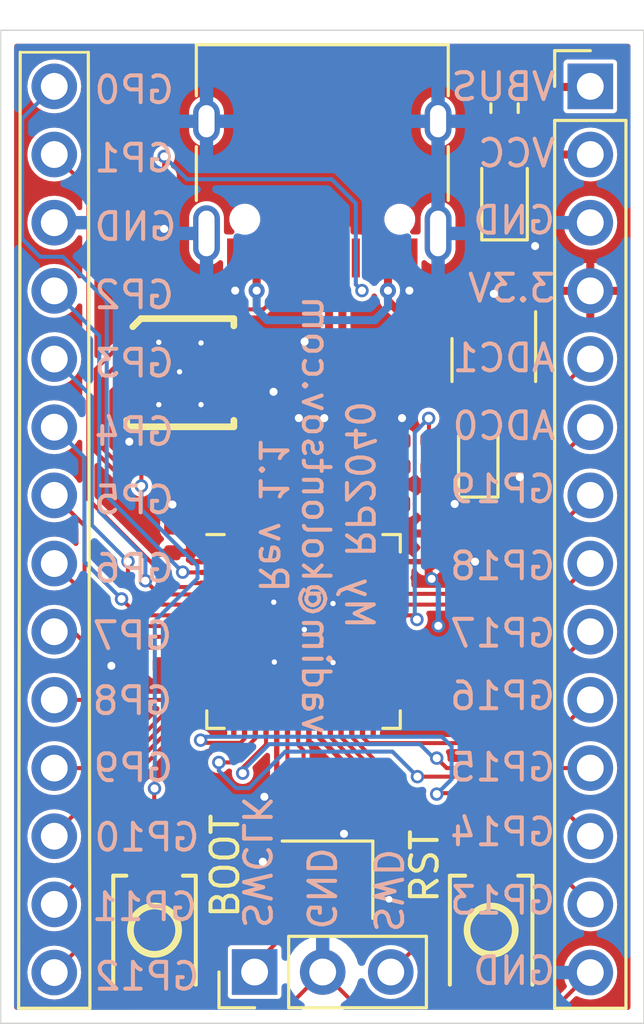
<source format=kicad_pcb>
(kicad_pcb (version 20240108) (generator "pcbnew") (generator_version "8.0")
  (layers (0 "F.Cu" signal) (31 "B.Cu" signal) (34 "B.Paste" user) (35 "F.Paste" user) (36 "B.SilkS" user "B.Silkscreen") (37 "F.SilkS" user "F.Silkscreen") (38 "B.Mask" user) (39 "F.Mask" user) (44 "Edge.Cuts" user))
  (net 0 "")
  (net 1 "Net-(D1-A)")
  (net 2 "VCC")
  (net 3 "GND")
  (net 4 "VBUS")
  (net 5 "/PORT_D+")
  (net 6 "+3V3")
  (net 7 "+1V1")
  (net 8 "Net-(C16-Pad2)")
  (net 9 "Net-(D2-A)")
  (net 10 "Net-(J1-CC2)")
  (net 12 "/XIN")
  (net 14 "/XOUT")
  (net 15 "/QSPI_SS")
  (net 16 "/QSPI_SD3")
  (net 17 "/QSPI_SD1")
  (net 18 "/QSPI_CLK")
  (net 19 "/QSPI_SD2")
  (net 20 "/QSPI_SD0")
  (net 22 "Net-(J1-CC1)")
  (net 23 "/GP25")
  (net 24 "Net-(R3-Pad2)")
  (net 25 "Net-(U3-USB_DP)")
  (net 26 "Net-(U3-USB_DM)")
  (net 27 "/RUN")
  (net 28 "/GP19")
  (net 29 "/GP2")
  (net 30 "/GP13")
  (net 31 "/GP14")
  (net 32 "/GP15")
  (net 33 "/GP10")
  (net 34 "/GP24")
  (net 35 "/GP3")
  (net 36 "/GP22")
  (net 37 "/GP20")
  (net 38 "/ADC0")
  (net 39 "/ADC2")
  (net 40 "/GP4")
  (net 41 "/GP17")
  (net 42 "/ADC3")
  (net 43 "/GP5")
  (net 44 "/SWCLK")
  (net 45 "/GP7")
  (net 46 "/GP8")
  (net 47 "/SWDIO")
  (net 48 "/GP23")
  (net 49 "/GP21")
  (net 50 "/GP9")
  (net 51 "/ADC1")
  (net 52 "/GP12")
  (net 53 "/GP16")
  (net 54 "/GP6")
  (net 55 "/GP0")
  (net 56 "/GP11")
  (net 57 "/GP18")
  (net 58 "/GP1")
  (net 59 "/PORT_D-")
  (footprint "Package_TO_SOT_SMD:SOT-23-5" (layer "F.Cu") (at 107.9 59.0375 -90)
    (property "Reference" "U1" (hide yes))
    (property "Value" "AP2112K-3.3" (hide yes))
  )
  (footprint "Connector_PinHeader_2.54mm:PinHeader_1x03_P2.54mm_Vertical" (layer "F.Cu") (at 98.975 81.84 90)
    (property "Reference" "J4" (hide yes))
    (property "Value" "Conn_01x03" (hide yes))
  )
  (footprint "Capacitor_SMD:C_0402_1005Metric" (layer "F.Cu") (at 108.85 56 90)
    (property "Reference" "C1" (hide yes))
    (property "Value" "10uF" (hide yes))
  )
  (footprint "Capacitor_SMD:C_0402_1005Metric" (layer "F.Cu") (at 99.27 78.8 90)
    (property "Reference" "C15" (hide yes))
    (property "Value" "15pF" (hide yes))
  )
  (footprint "Capacitor_SMD:C_0402_1005Metric" (layer "F.Cu") (at 103.99 78.03 90)
    (property "Reference" "C16" (hide yes))
    (property "Value" "15pF" (hide yes))
  )
  (footprint "Resistor_SMD:R_0402_1005Metric" (layer "F.Cu") (at 94.3 55.54 90)
    (property "Reference" "R6" (hide yes))
    (property "Value" "10K")
  )
  (footprint "Capacitor_SMD:C_0402_1005Metric" (layer "F.Cu") (at 108.85 62.08 -90)
    (property "Reference" "C2" (hide yes))
    (property "Value" "10uF" (hide yes))
  )
  (footprint "Resistor_SMD:R_0402_1005Metric" (layer "F.Cu") (at 95.6 52.8 -90)
    (property "Reference" "R1" (hide yes))
    (property "Value" "5.1K" (hide yes))
  )
  (footprint "Resistor_SMD:R_0402_1005Metric" (layer "F.Cu") (at 105.48 62.54 90)
    (property "Reference" "R4" (hide yes))
    (property "Value" "2.2K" (hide yes))
  )
  (footprint "Package_DFN_QFN:QFN-56-1EP_7x7mm_P0.4mm_EP3.2x3.2mm" (layer "F.Cu") (at 100.8 69.15)
    (property "Reference" "U3" (hide yes))
    (property "Value" "RP2040" (hide yes))
  )
  (footprint "Connector_PinHeader_2.54mm:PinHeader_1x14_P2.54mm_Vertical" (layer "F.Cu") (at 91.5 48.84)
    (property "Reference" "J2" (hide yes))
    (property "Value" "Conn_01x14" (hide yes))
  )
  (footprint "Resistor_SMD:R_0402_1005Metric" (layer "F.Cu") (at 95.6 55.55 90)
    (property "Reference" "R2" (hide yes))
    (property "Value" "5.1K" (hide yes))
  )
  (footprint "Resistor_SMD:R_0402_1005Metric" (layer "F.Cu") (at 107.28 75.77 180)
    (property "Reference" "R5" (hide yes))
    (property "Value" "10K" (hide yes))
  )
  (footprint "Capacitor_SMD:C_0402_1005Metric" (layer "F.Cu") (at 95.91 65.74 -90)
    (property "Reference" "C10" (hide yes))
    (property "Value" "100nF" (hide yes))
  )
  (footprint "Fuse:Fuse_0603_1608Metric" (layer "F.Cu") (at 108.3 49.65 -90)
    (property "Reference" "F1" (hide yes))
    (property "Value" "500mA" (hide yes))
  )
  (footprint "Connector_PinHeader_2.54mm:PinHeader_1x14_P2.54mm_Vertical" (layer "F.Cu") (at 111.5 48.84)
    (property "Reference" "J3" (hide yes))
    (property "Value" "Conn_01x14" (hide yes))
  )
  (footprint "Capacitor_SMD:C_0402_1005Metric" (layer "F.Cu") (at 101.583332 62.53 -90)
    (property "Reference" "C8" (hide yes))
    (property "Value" "100nF" (hide yes))
  )
  (footprint "LED_SMD:LED_0603_1608Metric" (layer "F.Cu") (at 107.32 62.66 90)
    (property "Reference" "D2" (hide yes))
    (property "Value" "LED" (hide yes))
  )
  (footprint "Kolontsov:SW-SMD-TS-1088-AR02016" (layer "F.Cu") (at 107.8 80.28 -90)
    (property "Reference" "SW1" (hide yes))
    (property "Value" "RESET")
  )
  (footprint "Diode_SMD:D_SOD-323" (layer "F.Cu") (at 108.3 52.95 90)
    (property "Reference" "D1" (hide yes))
    (property "Value" "20V 1A" (hide yes))
  )
  (footprint "Capacitor_SMD:C_0402_1005Metric" (layer "F.Cu") (at 94.97 70.42)
    (property "Reference" "C11" (hide yes))
    (property "Value" "100nF" (hide yes))
  )
  (footprint "Resistor_SMD:R_0402_1005Metric" (layer "F.Cu") (at 100.8 75.58 -90)
    (property "Reference" "R9" (hide yes))
    (property "Value" "1K" (hide yes))
  )
  (footprint "Kolontsov:SW-SMD-TS-1088-AR02016" (layer "F.Cu") (at 95.24 80.28 -90)
    (property "Reference" "SW2" (hide yes))
    (property "Value" "BOOTSEL")
  )
  (footprint "Capacitor_SMD:C_0402_1005Metric" (layer "F.Cu") (at 99.64 58.35)
    (property "Reference" "C14" (hide yes))
    (property "Value" "100nF" (hide yes))
  )
  (footprint "Resistor_SMD:R_0402_1005Metric" (layer "F.Cu") (at 95.23 76.26 -90)
    (property "Reference" "R3" (hide yes))
    (property "Value" "1K" (hide yes))
  )
  (footprint "Kolontsov:XSON-8_L4.0-W4.0-P0.80-TL-EP" (layer "F.Cu") (at 96.2 59.525)
    (property "Reference" "U2" (hide yes))
    (property "Value" "W25Q64JVXG")
  )
  (footprint "Capacitor_SMD:C_0402_1005Metric" (layer "F.Cu") (at 100.616666 62.53 -90)
    (property "Reference" "C9" (hide yes))
    (property "Value" "100nF" (hide yes))
  )
  (footprint "Connector_USB:USB_C_Receptacle_HRO_TYPE-C-31-M-12" (layer "F.Cu") (at 101.5 51.19 180)
    (property "Reference" "J1" (hide yes))
    (property "Value" "USB_C_Receptacle_USB2.0_16P")
  )
  (footprint "Capacitor_SMD:C_0402_1005Metric" (layer "F.Cu") (at 101.81 75.56 90)
    (property "Reference" "C12" (hide yes))
    (property "Value" "100nF" (hide yes))
  )
  (footprint "Resistor_SMD:R_0402_1005Metric" (layer "F.Cu") (at 102.549998 62.55 -90)
    (property "Reference" "R7" (hide yes))
    (property "Value" "27" (hide yes))
  )
  (footprint "Capacitor_SMD:C_0402_1005Metric" (layer "F.Cu") (at 102.8 75.56 90)
    (property "Reference" "C4" (hide yes))
    (property "Value" "100nF" (hide yes))
  )
  (footprint "Crystal:Crystal_SMD_2520-4Pin_2.5x2.0mm" (layer "F.Cu") (at 101.645 78.43 180)
    (property "Reference" "Y1" (hide yes))
    (property "Value" "12MHz 9pF" (hide yes))
  )
  (footprint "Capacitor_SMD:C_0402_1005Metric" (layer "F.Cu") (at 99.29 62.49 -90)
    (property "Reference" "C3" (hide yes))
    (property "Value" "100nF" (hide yes))
  )
  (footprint "Capacitor_SMD:C_0402_1005Metric" (layer "F.Cu") (at 105.95 65.5 180)
    (property "Reference" "C7" (hide yes))
    (property "Value" "100nF" (hide yes))
  )
  (footprint "Capacitor_SMD:C_0402_1005Metric" (layer "F.Cu") (at 104.48333 62.53 -90)
    (property "Reference" "C5" (hide yes))
    (property "Value" "1uF" (hide yes))
  )
  (footprint "Capacitor_SMD:C_0402_1005Metric" (layer "F.Cu") (at 105.95 66.55 180)
    (property "Reference" "C13" (hide yes))
    (property "Value" "100nF" (hide yes))
  )
  (footprint "Capacitor_SMD:C_0402_1005Metric" (layer "F.Cu") (at 104.98 64.4 180)
    (property "Reference" "C6" (hide yes))
    (property "Value" "1uF" (hide yes))
  )
  (footprint "Resistor_SMD:R_0402_1005Metric" (layer "F.Cu") (at 103.516664 62.55 -90)
    (property "Reference" "R8" (hide yes))
    (property "Value" "27" (hide yes))
  )
  (gr_line (start 89.5 46.75) (end 113.5 46.75) (stroke (width 0.05)) (layer "Edge.Cuts"))
  (gr_line (start 113.5 46.75) (end 113.5 83.75) (stroke (width 0.05)) (layer "Edge.Cuts"))
  (gr_line (start 89.5 83.75) (end 89.5 46.75) (stroke (width 0.05)) (layer "Edge.Cuts"))
  (gr_line (start 113.5 83.75) (end 89.5 83.75) (stroke (width 0.05)) (layer "Edge.Cuts"))
  (gr_text "GP7" (at 95.99 69.9 0) (layer "B.SilkS") (effects (font (size 1 1)) (justify left bottom mirror)))
  (gr_text "GP10" (at 97.01 77.41 0) (layer "B.SilkS") (effects (font (size 1 1)) (justify left bottom mirror)))
  (gr_text "ADC1" (at 110.28 59.55 0) (layer "B.SilkS") (effects (font (size 1 1)) (justify left bottom mirror)))
  (gr_text "ADC0" (at 110.28 62.08 0) (layer "B.SilkS") (effects (font (size 1 1)) (justify left bottom mirror)))
  (gr_text "GND" (at 110.28 82.38 0) (layer "B.SilkS") (effects (font (size 1 1)) (justify left bottom mirror)))
  (gr_text "SWD" (at 103.35 80.45 270) (layer "B.SilkS") (effects (font (size 1 1)) (justify left bottom mirror)))
  (gr_text "GP11" (at 96.92 80 0) (layer "B.SilkS") (effects (font (size 1 1)) (justify left bottom mirror)))
  (gr_text "GP12" (at 97.01 82.59 0) (layer "B.SilkS") (effects (font (size 1 1)) (justify left bottom mirror)))
  (gr_text "GND" (at 110.28 54.42 0) (layer "B.SilkS") (effects (font (size 1 1)) (justify left bottom mirror)))
  (gr_text "GP0" (at 96.057619 49.56 0) (layer "B.SilkS") (effects (font (size 1 1)) (justify left bottom mirror)))
  (gr_text "My RP2040\nvadim@kolontsov.com\nRev 1.1" (at 99.07 64.81 270) (layer "B.SilkS") (effects (font (size 1 1)) (justify bottom mirror)))
  (gr_text "GND" (at 100.85 80.35 270) (layer "B.SilkS") (effects (font (size 1 1)) (justify left bottom mirror)))
  (gr_text "GP17" (at 110.28 69.81 0) (layer "B.SilkS") (effects (font (size 1 1)) (justify left bottom mirror)))
  (gr_text "GP14" (at 110.28 77.21 0) (layer "B.SilkS") (effects (font (size 1 1)) (justify left bottom mirror)))
  (gr_text "GP5" (at 96.057619 64.841538 0) (layer "B.SilkS") (effects (font (size 1 1)) (justify left bottom mirror)))
  (gr_text "GP8" (at 95.99 72.32 0) (layer "B.SilkS") (effects (font (size 1 1)) (justify left bottom mirror)))
  (gr_text "GP18" (at 110.28 67.3 0) (layer "B.SilkS") (effects (font (size 1 1)) (justify left bottom mirror)))
  (gr_text "GP15" (at 110.28 74.8 0) (layer "B.SilkS") (effects (font (size 1 1)) (justify left bottom mirror)))
  (gr_text "GP19" (at 110.28 64.43 0) (layer "B.SilkS") (effects (font (size 1 1)) (justify left bottom mirror)))
  (gr_text "VCC" (at 110.28 51.92 0) (layer "B.SilkS") (effects (font (size 1 1)) (justify left bottom mirror)))
  (gr_text "GND" (at 96.152857 54.653846 0) (layer "B.SilkS") (effects (font (size 1 1)) (justify left bottom mirror)))
  (gr_text "GP6" (at 96.057619 67.388461 0) (layer "B.SilkS") (effects (font (size 1 1)) (justify left bottom mirror)))
  (gr_text "GP4" (at 96.057619 62.294615 0) (layer "B.SilkS") (effects (font (size 1 1)) (justify left bottom mirror)))
  (gr_text "GP3" (at 96.057619 59.747692 0) (layer "B.SilkS") (effects (font (size 1 1)) (justify left bottom mirror)))
  (gr_text "VBUS" (at 110.28 49.44 0) (layer "B.SilkS") (effects (font (size 1 1)) (justify left bottom mirror)))
  (gr_text "SWCLK" (at 98.45 80.3 270) (layer "B.SilkS") (effects (font (size 1 1)) (justify left bottom mirror)))
  (gr_text "GP16" (at 110.28 72.14 0) (layer "B.SilkS") (effects (font (size 1 1)) (justify left bottom mirror)))
  (gr_text "3.3V" (at 110.28 56.95 0) (layer "B.SilkS") (effects (font (size 1 1)) (justify left bottom mirror)))
  (gr_text "GP2" (at 96.057619 57.200769 0) (layer "B.SilkS") (effects (font (size 1 1)) (justify left bottom mirror)))
  (gr_text "GP9" (at 96.03 74.82 0) (layer "B.SilkS") (effects (font (size 1 1)) (justify left bottom mirror)))
  (gr_text "GP1" (at 96.057619 52.106923 0) (layer "B.SilkS") (effects (font (size 1 1)) (justify left bottom mirror)))
  (gr_text "GP13" (at 110.28 79.76 0) (layer "B.SilkS") (effects (font (size 1 1)) (justify left bottom mirror)))
  (gr_text "RST" (at 105.9 79.35 90) (layer "F.SilkS") (effects (font (size 1 1)) (justify left bottom)))
  (gr_text "BOOT" (at 98.46 79.91 90) (layer "F.SilkS") (effects (font (size 1 1)) (justify left bottom)))
  (segment (start 108.3 50.4375) (end 108.3 51.9) (width 0.3) (layer "F.Cu") (net 1))
  (segment (start 107.775 55.575) (end 107.825 55.575) (width 0.3) (layer "F.Cu") (net 2))
  (segment (start 108.3 53.4) (end 110.32 51.38) (width 0.3) (layer "F.Cu") (net 2))
  (segment (start 108.85 56.48) (end 108.85 57.9) (width 0.3) (layer "F.Cu") (net 2))
  (segment (start 107.825 55.575) (end 108.73 56.48) (width 0.3) (layer "F.Cu") (net 2))
  (segment (start 110.32 51.38) (end 111.5 51.38) (width 0.3) (layer "F.Cu") (net 2))
  (segment (start 106.95 56.4) (end 106.95 57.9) (width 0.3) (layer "F.Cu") (net 2))
  (segment (start 108.3 54) (end 108.3 55.05) (width 0.3) (layer "F.Cu") (net 2))
  (segment (start 107.775 55.575) (end 106.95 56.4) (width 0.3) (layer "F.Cu") (net 2))
  (segment (start 108.3 55.05) (end 107.775 55.575) (width 0.3) (layer "F.Cu") (net 2))
  (segment (start 108.73 56.48) (end 108.85 56.48) (width 0.3) (layer "F.Cu") (net 2))
  (segment (start 108.3 54) (end 108.3 53.4) (width 0.3) (layer "F.Cu") (net 2))
  (segment (start 108.85 55.38) (end 109.44 54.79) (width 0.2) (layer "F.Cu") (net 3))
  (segment (start 95.265 82.965) (end 100.39 82.965) (width 0.15) (layer "F.Cu") (net 3))
  (segment (start 99.8 70.38) (end 99.71 70.29) (width 0.2) (layer "F.Cu") (net 3))
  (segment (start 99.8 70.2) (end 99.8 70.15) (width 0.2) (layer "F.Cu") (net 3))
  (segment (start 100.12 58.35) (end 100.84 58.35) (width 0.2) (layer "F.Cu") (net 3))
  (segment (start 101.545 77.73) (end 101.645 77.83) (width 0.2) (layer "F.Cu") (net 3))
  (segment (start 99.27 78.32) (end 99.27 77.74) (width 0.2) (layer "F.Cu") (net 3))
  (segment (start 102.8 76.2) (end 102.31 76.69) (width 0.15) (layer "F.Cu") (net 3))
  (segment (start 99.65 60.22) (end 99.68 60.22) (width 0.15) (layer "F.Cu") (net 3))
  (segment (start 107.41 63.4575) (end 107.3825 63.4575) (width 0.15) (layer "F.Cu") (net 3))
  (segment (start 100.616666 62.05) (end 100.616666 61.208334) (width 0.2) (layer "F.Cu") (net 3))
  (segment (start 99.8 70.15) (end 100.83 69.12) (width 0.2) (layer "F.Cu") (net 3))
  (segment (start 107.41 63.4575) (end 108.8125 63.4575) (width 0.15) (layer "F.Cu") (net 3))
  (segment (start 100.616666 61.208334) (end 100.625 61.2) (width 0.2) (layer "F.Cu") (net 3))
  (segment (start 95.375 60.725) (end 95.4 60.7) (width 0.2) (layer "F.Cu") (net 3))
  (segment (start 102.8 76.04) (end 102.8 76.2) (width 0.15) (layer "F.Cu") (net 3))
  (segment (start 105.46 64.4) (end 106.44 64.4) (width 0.2) (layer "F.Cu") (net 3))
  (segment (start 104.48333 62.05) (end 104.48333 61.20833) (width 0.2) (layer "F.Cu") (net 3))
  (segment (start 101.645 77.83) (end 101.645 79.03) (width 0.2) (layer "F.Cu") (net 3))
  (segment (start 104.48333 61.20833) (end 104.475 61.2) (width 0.2) (layer "F.Cu") (net 3))
  (segment (start 95.6 55.04) (end 95.6 54.15) (width 0.2) (layer "F.Cu") (net 3))
  (segment (start 101.583332 61.208332) (end 101.575 61.2) (width 0.2) (layer "F.Cu") (net 3))
  (segment (start 106.43 65.5) (end 106.43 64.41) (width 0.2) (layer "F.Cu") (net 3))
  (segment (start 108.85 63.38) (end 108.87 63.4) (width 0.2) (layer "F.Cu") (net 3))
  (segment (start 99.8 74.85) (end 99.8 72.5875) (width 0.2) (layer "F.Cu") (net 3))
  (segment (start 102.52 79.13) (end 103.99 79.13) (width 0.2) (layer "F.Cu") (net 3))
  (segment (start 107.9 57.9) (end 107.9 56.57) (width 0.2) (layer "F.Cu") (net 3))
  (segment (start 100.83 69.12) (end 100.83 69.08) (width 0.2) (layer "F.Cu") (net 3))
  (segment (start 107.3825 63.4575) (end 106.44 64.4) (width 0.15) (layer "F.Cu") (net 3))
  (segment (start 99.29 62.01) (end 99.33 61.97) (width 0.15) (layer "F.Cu") (net 3))
  (segment (start 102.64 82.965) (end 107.795 82.965) (width 0.15) (layer "F.Cu") (net 3))
  (segment (start 99.71 70.29) (end 99.8 70.2) (width 0.2) (layer "F.Cu") (net 3))
  (segment (start 104.75 56.46) (end 104.75 55.235) (width 0.3) (layer "F.Cu") (net 3))
  (segment (start 95.6 53.31) (end 95.6 54.15) (width 0.2) (layer "F.Cu") (net 3))
  (segment (start 106.43 64.41) (end 106.44 64.4) (width 0.2) (layer "F.Cu") (net 3))
  (segment (start 101.81 76.19) (end 102.31 76.69) (width 0.15) (layer "F.Cu") (net 3))
  (segment (start 99.33 61.97) (end 99.33 60.54) (width 0.15) (layer "F.Cu") (net 3))
  (segment (start 94.3 60.725) (end 95.375 60.725) (width 0.4) (layer "F.Cu") (net 3))
  (segment (start 99.8 72.5875) (end 99.8 70.38) (width 0.2) (layer "F.Cu") (net 3))
  (segment (start 101.515 81.84) (end 102.64 82.965) (width 0.15) (layer "F.Cu") (net 3))
  (segment (start 108.8125 63.4575) (end 108.87 63.4) (width 0.15) (layer "F.Cu") (net 3))
  (segment (start 101.583332 62.05) (end 101.583332 61.208332) (width 0.2) (layer "F.Cu") (net 3))
  (segment (start 100.39 82.965) (end 101.515 81.84) (width 0.15) (layer "F.Cu") (net 3))
  (segment (start 108.85 55.52) (end 108.85 55.38) (width 0.2) (layer "F.Cu") (net 3))
  (segment (start 100.83 69.08) (end 100.87 69.08) (width 0.2) (layer "F.Cu") (net 3))
  (segment (start 94.3 60.725) (end 94.3 62.08) (width 0.2) (layer "F.Cu") (net 3))
  (segment (start 110.43 82.93) (end 111.5 81.86) (width 0.15) (layer "F.Cu") (net 3))
  (segment (start 107.795 82.965) (end 107.83 82.93) (width 0.15) (layer "F.Cu") (net 3))
  (segment (start 107.2 66.55) (end 106.43 66.55) (width 0.2) (layer "F.Cu") (net 3))
  (segment (start 103.99 78.51) (end 103.99 79.13) (width 0.2) (layer "F.Cu") (net 3))
  (segment (start 99.33 60.54) (end 99.65 60.22) (width 0.15) (layer "F.Cu") (net 3))
  (segment (start 101.745 79.13) (end 102.52 79.13) (width 0.2) (layer "F.Cu") (net 3))
  (segment (start 95.23 82.93) (end 95.265 82.965) (width 0.15) (layer "F.Cu") (net 3))
  (segment (start 100.77 77.73) (end 99.28 77.73) (width 0.2) (layer "F.Cu") (net 3))
  (segment (start 98.25 55.235) (end 98.25 56.45) (width 0.3) (layer "F.Cu") (net 3))
  (segment (start 107.83 82.93) (end 110.43 82.93) (width 0.15) (layer "F.Cu") (net 3))
  (segment (start 93.64 70.42) (end 93.63 70.43) (width 0.2) (layer "F.Cu") (net 3))
  (segment (start 94.49 70.42) (end 93.64 70.42) (width 0.2) (layer "F.Cu") (net 3))
  (segment (start 95.91 65.26) (end 95.91 64.42) (width 0.2) (layer "F.Cu") (net 3))
  (segment (start 100.77 77.73) (end 101.545 77.73) (width 0.2) (layer "F.Cu") (net 3))
  (segment (start 108.85 62.56) (end 108.85 63.38) (width 0.2) (layer "F.Cu") (net 3))
  (segment (start 99.27 77.74) (end 99.28 77.73) (width 0.2) (layer "F.Cu") (net 3))
  (segment (start 100.87 69.08) (end 100.8 69.15) (width 0.2) (layer "F.Cu") (net 3))
  (segment (start 101.645 79.03) (end 101.745 79.13) (width 0.2) (layer "F.Cu") (net 3))
  (segment (start 101.81 76.04) (end 101.81 76.19) (width 0.15) (layer "F.Cu") (net 3))
  (segment (start 99.34 75.31) (end 99.8 74.85) (width 0.2) (layer "F.Cu") (net 3))
  (via (at 94.3 62.08) (size 0.5) (drill 0.3) (layers "F.Cu" "B.Cu") (net 3))
  (via (at 99.69 68.06) (size 0.5) (drill 0.2) (layers "F.Cu" "B.Cu") (net 3))
  (via (at 95.4 60.7) (size 0.5) (drill 0.2) (layers "F.Cu" "B.Cu") (net 3))
  (via (at 95.91 64.42) (size 0.5) (drill 0.3) (layers "F.Cu" "B.Cu") (net 3))
  (via (at 96.975 60.7) (size 0.5) (drill 0.2) (layers "F.Cu" "B.Cu") (net 3))
  (via (at 104.75 56.45) (size 0.6) (drill 0.3) (layers "F.Cu" "B.Cu") (net 3))
  (via (at 99.34 75.31) (size 0.5) (drill 0.3) (layers "F.Cu" "B.Cu") (net 3))
  (via (at 96.975 58.4) (size 0.5) (drill 0.2) (layers "F.Cu" "B.Cu") (net 3))
  (via (at 106.44 64.4) (size 0.5) (drill 0.3) (layers "F.Cu" "B.Cu") (net 3))
  (via (at 99.68 60.22) (size 0.5) (drill 0.3) (layers "F.Cu" "B.Cu") (net 3))
  (via (at 102.31 76.69) (size 0.5) (drill 0.3) (layers "F.Cu" "B.Cu") (net 3))
  (via (at 95.4 58.375) (size 0.5) (drill 0.2) (layers "F.Cu" "B.Cu") (net 3))
  (via (at 103.99 79.13) (size 0.5) (drill 0.25) (layers "F.Cu" "B.Cu") (net 3))
  (via (at 98.25 56.45) (size 0.6) (drill 0.3) (layers "F.Cu" "B.Cu") (net 3))
  (via (at 100.625 61.2) (size 0.5) (drill 0.3) (layers "F.Cu" "B.Cu") (net 3))
  (via (at 100.83 69.08) (size 0.5) (drill 0.2) (layers "F.Cu" "B.Cu") (net 3))
  (via (at 109.44 54.79) (size 0.5) (drill 0.3) (layers "F.Cu" "B.Cu") (net 3))
  (via (at 108.87 63.4) (size 0.5) (drill 0.3) (layers "F.Cu" "B.Cu") (net 3))
  (via (at 95.6 54.15) (size 0.5) (drill 0.3) (layers "F.Cu" "B.Cu") (net 3))
  (via (at 107.9 56.57) (size 0.5) (drill 0.3) (layers "F.Cu" "B.Cu") (net 3))
  (via (at 99.28 77.73) (size 0.5) (drill 0.3) (layers "F.Cu" "B.Cu") (net 3))
  (via (at 101.9 70.31) (size 0.5) (drill 0.2) (layers "F.Cu" "B.Cu") (net 3))
  (via (at 101.575 61.2) (size 0.5) (drill 0.3) (layers "F.Cu" "B.Cu") (net 3))
  (via (at 96.175 59.475) (size 0.5) (drill 0.2) (layers "F.Cu" "B.Cu") (net 3))
  (via (at 100.84 58.35) (size 0.5) (drill 0.3) (layers "F.Cu" "B.Cu") (net 3))
  (via (at 93.63 70.43) (size 0.5) (drill 0.3) (layers "F.Cu" "B.Cu") (net 3))
  (via (at 104.475 61.2) (size 0.5) (drill 0.3) (layers "F.Cu" "B.Cu") (net 3))
  (via (at 99.71 70.29) (size 0.5) (drill 0.2) (layers "F.Cu" "B.Cu") (net 3))
  (via (at 101.9 68.11) (size 0.5) (drill 0.2) (layers "F.Cu" "B.Cu") (net 3))
  (via (at 107.2 66.55) (size 0.5) (drill 0.3) (layers "F.Cu" "B.Cu") (net 3))
  (segment (start 91.5 53.92) (end 92.99 53.92) (width 0.4) (layer "B.Cu") (net 3))
  (segment (start 109.95 53.92) (end 109.93 53.94) (width 0.2) (layer "B.Cu") (net 3))
  (segment (start 111.5 53.92) (end 109.95 53.92) (width 0.3) (layer "B.Cu") (net 3))
  (segment (start 104.32 57.2) (end 105.5 57.2) (width 0.3) (layer "F.Cu") (net 4))
  (segment (start 107.475 49.6875) (end 108.3 48.8625) (width 0.3) (layer "F.Cu") (net 4))
  (segment (start 105.5 57.2) (end 107.475 55.225) (width 0.3) (layer "F.Cu") (net 4))
  (segment (start 103.95 55.235) (end 103.95 56.45) (width 0.3) (layer "F.Cu") (net 4))
  (segment (start 107.475 55.225) (end 107.475 49.6875) (width 0.3) (layer "F.Cu") (net 4))
  (segment (start 103.95 56.83) (end 104.32 57.2) (width 0.3) (layer "F.Cu") (net 4))
  (segment (start 111.4775 48.8625) (end 111.5 48.84) (width 0.3) (layer "F.Cu") (net 4))
  (segment (start 99.05 55.235) (end 99.05 56.45) (width 0.3) (layer "F.Cu") (net 4))
  (segment (start 108.3 48.8625) (end 111.4775 48.8625) (width 0.3) (layer "F.Cu") (net 4))
  (segment (start 103.95 56.45) (end 103.95 56.83) (width 0.3) (layer "F.Cu") (net 4))
  (via (at 103.95 56.45) (size 0.6) (drill 0.3) (layers "F.Cu" "B.Cu") (net 4))
  (via (at 99.05 56.45) (size 0.6) (drill 0.3) (layers "F.Cu" "B.Cu") (net 4))
  (segment (start 99.05 56.45) (end 99.05 57.15) (width 0.3) (layer "B.Cu") (net 4))
  (segment (start 99.45 57.55) (end 103.4625 57.55) (width 0.3) (layer "B.Cu") (net 4))
  (segment (start 99.05 57.15) (end 99.45 57.55) (width 0.3) (layer "B.Cu") (net 4))
  (segment (start 103.95 57.0625) (end 103.95 56.45) (width 0.3) (layer "B.Cu") (net 4))
  (segment (start 103.4625 57.55) (end 103.95 57.0625) (width 0.3) (layer "B.Cu") (net 4))
  (segment (start 102.783331 61.326666) (end 102.549998 61.559999) (width 0.3) (layer "F.Cu") (net 5))
  (segment (start 100.75 56.31) (end 101.75 56.31) (width 0.3) (layer "F.Cu") (net 5))
  (segment (start 101.75 58.173554) (end 102.783331 59.206885) (width 0.3) (layer "F.Cu") (net 5))
  (segment (start 100.75 55.235) (end 100.75 56.31) (width 0.3) (layer "F.Cu") (net 5))
  (segment (start 102.783331 59.206885) (end 102.783331 61.326666) (width 0.3) (layer "F.Cu") (net 5))
  (segment (start 101.75 55.235) (end 101.75 58.173554) (width 0.3) (layer "F.Cu") (net 5))
  (segment (start 101.75 56.31) (end 101.75 55.235) (width 0.3) (layer "F.Cu") (net 5))
  (segment (start 102.549998 61.559999) (end 102.549998 62.04) (width 0.3) (layer "F.Cu") (net 5))
  (segment (start 97.3625 70.15) (end 96.72 70.15) (width 0.2) (layer "F.Cu") (net 6))
  (segment (start 101.4 65.7125) (end 101.4 64.61) (width 0.2) (layer "F.Cu") (net 6))
  (segment (start 101.4 64.61) (end 101.583332 64.426668) (width 0.2) (layer "F.Cu") (net 6))
  (segment (start 101 72.5875) (end 101 73.21) (width 0.15) (layer "F.Cu") (net 6))
  (segment (start 101 73.21) (end 101.81 74.02) (width 0.15) (layer "F.Cu") (net 6))
  (segment (start 100.616666 64.216666) (end 100.616666 63.01) (width 0.2) (layer "F.Cu") (net 6))
  (segment (start 101 64.6) (end 100.616666 64.216666) (width 0.2) (layer "F.Cu") (net 6))
  (segment (start 104.2375 66.55) (end 105.47 66.55) (width 0.2) (layer "F.Cu") (net 6))
  (segment (start 103 65.7125) (end 103 65.241086) (width 0.2) (layer "F.Cu") (net 6))
  (segment (start 101.81 74.02) (end 101.81 75.08) (width 0.15) (layer "F.Cu") (net 6))
  (segment (start 105.47 67.08) (end 105.47 66.55) (width 0.2) (layer "F.Cu") (net 6))
  (segment (start 101 65.7125) (end 101 64.6) (width 0.2) (layer "F.Cu") (net 6))
  (segment (start 101.583332 64.426668) (end 101.583332 63.01) (width 0.2) (layer "F.Cu") (net 6))
  (segment (start 98.1 58.325) (end 99.295 58.325) (width 0.2) (layer "F.Cu") (net 6))
  (segment (start 105.58 67.19) (end 105.47 67.08) (width 0.2) (layer "F.Cu") (net 6))
  (segment (start 104.2375 70.15) (end 104.99 70.15) (width 0.2) (layer "F.Cu") (net 6))
  (via (at 105.83 68.94) (size 0.5) (drill 0.3) (layers "F.Cu" "B.Cu") (net 6))
  (via (at 105.58 67.19) (size 0.5) (drill 0.3) (layers "F.Cu" "B.Cu") (net 6))
  (segment (start 105.83 68.94) (end 105.83 67.44) (width 0.2) (layer "B.Cu") (net 6))
  (segment (start 105.83 67.44) (end 105.58 67.19) (width 0.2) (layer "B.Cu") (net 6))
  (segment (start 102.42 66.45) (end 102.6 66.27) (width 0.2) (layer "F.Cu") (net 7))
  (segment (start 103.46 70.99) (end 102.85 71.6) (width 0.2) (layer "F.Cu") (net 7))
  (segment (start 104.48333 63.068762) (end 104.48333 63.01) (width 0.15) (layer "F.Cu") (net 7))
  (segment (start 102.8 74.52136) (end 102.8 75.08) (width 0.2) (layer "F.Cu") (net 7))
  (segment (start 100.80364 66.45) (end 102.42 66.45) (width 0.2) (layer "F.Cu") (net 7))
  (segment (start 101.85364 71.6) (end 101.4 72.05364) (width 0.2) (layer "F.Cu") (net 7))
  (segment (start 102.42 66.45) (end 103.46 67.49) (width 0.2) (layer "F.Cu") (net 7))
  (segment (start 100.6 65.17) (end 99.29 63.86) (width 0.15) (layer "F.Cu") (net 7))
  (segment (start 102.6 65.7125) (end 102.6 64.952092) (width 0.15) (layer "F.Cu") (net 7))
  (segment (start 102.85 71.6) (end 101.85364 71.6) (width 0.2) (layer "F.Cu") (net 7))
  (segment (start 101.4 72.5875) (end 101.4 73.12136) (width 0.2) (layer "F.Cu") (net 7))
  (segment (start 103.46 67.49) (end 103.46 70.99) (width 0.2) (layer "F.Cu") (net 7))
  (segment (start 100.6 65.7125) (end 100.6 65.17) (width 0.15) (layer "F.Cu") (net 7))
  (segment (start 101.4 72.05364) (end 101.4 72.5875) (width 0.2) (layer "F.Cu") (net 7))
  (segment (start 100.6 65.7125) (end 100.6 66.24636) (width 0.2) (layer "F.Cu") (net 7))
  (segment (start 100.6 66.24636) (end 100.80364 66.45) (width 0.2) (layer "F.Cu") (net 7))
  (segment (start 102.6 64.952092) (end 104.48333 63.068762) (width 0.15) (layer "F.Cu") (net 7))
  (segment (start 101.4 73.12136) (end 102.8 74.52136) (width 0.2) (layer "F.Cu") (net 7))
  (segment (start 102.6 66.27) (end 102.6 65.7125) (width 0.2) (layer "F.Cu") (net 7))
  (segment (start 99.29 63.86) (end 99.29 62.97) (width 0.15) (layer "F.Cu") (net 7))
  (segment (start 102.44 77.73) (end 102.52 77.73) (width 0.15) (layer "F.Cu") (net 8))
  (segment (start 100.8 76.09) (end 102.44 77.73) (width 0.15) (layer "F.Cu") (net 8))
  (segment (start 103.99 77.55) (end 102.7 77.55) (width 0.15) (layer "F.Cu") (net 8))
  (segment (start 102.7 77.55) (end 102.52 77.73) (width 0.15) (layer "F.Cu") (net 8))
  (segment (start 106.541068 61.8725) (end 107.32 61.8725) (width 0.15) (layer "F.Cu") (net 9))
  (segment (start 105.48 62.933568) (end 106.541068 61.8725) (width 0.15) (layer "F.Cu") (net 9))
  (segment (start 105.48 63.05) (end 105.48 62.933568) (width 0.15) (layer "F.Cu") (net 9))
  (segment (start 99.3 57.15) (end 96.69 57.15) (width 0.15) (layer "F.Cu") (net 10))
  (segment (start 99.75 56.7) (end 99.3 57.15) (width 0.15) (layer "F.Cu") (net 10))
  (segment (start 99.75 55.235) (end 99.75 56.7) (width 0.15) (layer "F.Cu") (net 10))
  (segment (start 96.69 57.15) (end 95.6 56.06) (width 0.15) (layer "F.Cu") (net 10))
  (segment (start 99.27 79.28) (end 100.62 79.28) (width 0.15) (layer "F.Cu") (net 12))
  (segment (start 98.685 77.355) (end 98.685 78.695) (width 0.15) (layer "F.Cu") (net 12))
  (segment (start 98.685 78.695) (end 99.27 79.28) (width 0.15) (layer "F.Cu") (net 12))
  (segment (start 100.2 72.5875) (end 100.2 75.84) (width 0.15) (layer "F.Cu") (net 12))
  (segment (start 100.2 75.84) (end 98.685 77.355) (width 0.15) (layer "F.Cu") (net 12))
  (segment (start 100.62 79.28) (end 100.77 79.13) (width 0.15) (layer "F.Cu") (net 12))
  (segment (start 100.6 72.5875) (end 100.6 73.38) (width 0.15) (layer "F.Cu") (net 14))
  (segment (start 100.6 73.38) (end 100.8 73.58) (width 0.15) (layer "F.Cu") (net 14))
  (segment (start 100.8 73.58) (end 100.8 75.07) (width 0.15) (layer "F.Cu") (net 14))
  (segment (start 94.1 58.325) (end 94.3 58.325) (width 0.15) (layer "F.Cu") (net 15))
  (segment (start 98.2 65.209) (end 96.25 63.259) (width 0.15) (layer "F.Cu") (net 15))
  (segment (start 95.23 75.01) (end 95.24 75) (width 0.15) (layer "F.Cu") (net 15))
  (segment (start 93.048 62.464737) (end 93.048 59.377) (width 0.15) (layer "F.Cu") (net 15))
  (segment (start 96.25 63.259) (end 94.75 63.259) (width 0.15) (layer "F.Cu") (net 15))
  (segment (start 93.048 59.377) (end 94.1 58.325) (width 0.15) (layer "F.Cu") (net 15))
  (segment (start 98.2 65.7125) (end 98.2 65.209) (width 0.15) (layer "F.Cu") (net 15))
  (segment (start 95.23 75.75) (end 95.23 75.01) (width 0.15) (layer "F.Cu") (net 15))
  (segment (start 94.75 63.259) (end 93.842262 63.259) (width 0.15) (layer "F.Cu") (net 15))
  (segment (start 94.75 63.259) (end 94.75 63.73) (width 0.15) (layer "F.Cu") (net 15))
  (segment (start 94.3 58.325) (end 94.3 56.05) (width 0.15) (layer "F.Cu") (net 15))
  (segment (start 93.842262 63.259) (end 93.048 62.464737) (width 0.15) (layer "F.Cu") (net 15))
  (via (at 95.24 75) (size 0.5) (drill 0.3) (layers "F.Cu" "B.Cu") (net 15))
  (via (at 94.75 63.73) (size 0.5) (drill 0.3) (layers "F.Cu" "B.Cu") (net 15))
  (segment (start 96.845 66.710111) (end 94.75 64.615111) (width 0.15) (layer "B.Cu") (net 15))
  (segment (start 95.25 74.99) (end 95.25 68.764889) (width 0.15) (layer "B.Cu") (net 15))
  (segment (start 94.75 64.615111) (end 94.75 63.73) (width 0.15) (layer "B.Cu") (net 15))
  (segment (start 95.24 75) (end 95.25 74.99) (width 0.15) (layer "B.Cu") (net 15))
  (segment (start 96.845 67.169889) (end 96.845 66.710111) (width 0.15) (layer "B.Cu") (net 15))
  (segment (start 95.25 68.764889) (end 96.845 67.169889) (width 0.15) (layer "B.Cu") (net 15))
  (segment (start 98.654 61.712738) (end 99.052 61.314738) (width 0.15) (layer "F.Cu") (net 16))
  (segment (start 98.654 63.624) (end 98.654 61.712738) (width 0.15) (layer "F.Cu") (net 16))
  (segment (start 99.052 61.314738) (end 99.052 59.677) (width 0.15) (layer "F.Cu") (net 16))
  (segment (start 98.5 59.125) (end 98.1 59.125) (width 0.15) (layer "F.Cu") (net 16))
  (segment (start 99.052 59.677) (end 98.5 59.125) (width 0.15) (layer "F.Cu") (net 16))
  (segment (start 100.2 65.7125) (end 100.2 65.17) (width 0.15) (layer "F.Cu") (net 16))
  (segment (start 100.2 65.17) (end 98.654 63.624) (width 0.15) (layer "F.Cu") (net 16))
  (segment (start 98.6 65.7125) (end 98.6 65.213994) (width 0.15) (layer "F.Cu") (net 17))
  (segment (start 93.957 62.982) (end 93.325 62.35) (width 0.15) (layer "F.Cu") (net 17))
  (segment (start 96.368006 62.982) (end 93.957 62.982) (width 0.15) (layer "F.Cu") (net 17))
  (segment (start 93.925 59.125) (end 94.3 59.125) (width 0.15) (layer "F.Cu") (net 17))
  (segment (start 98.6 65.213994) (end 96.368006 62.982) (width 0.15) (layer "F.Cu") (net 17))
  (segment (start 93.325 62.35) (end 93.325 59.725) (width 0.15) (layer "F.Cu") (net 17))
  (segment (start 93.325 59.725) (end 93.925 59.125) (width 0.15) (layer "F.Cu") (net 17))
  (segment (start 99.292482 64.723) (end 99.309006 64.723) (width 0.15) (layer "F.Cu") (net 18))
  (segment (start 98.775 61.2) (end 98.377 61.598) (width 0.15) (layer "F.Cu") (net 18))
  (segment (start 98.45 59.925) (end 98.775 60.25) (width 0.15) (layer "F.Cu") (net 18))
  (segment (start 99.309006 64.723) (end 99.8 65.213994) (width 0.15) (layer "F.Cu") (net 18))
  (segment (start 98.377 61.598) (end 98.377 63.807518) (width 0.15) (layer "F.Cu") (net 18))
  (segment (start 98.1 59.925) (end 98.45 59.925) (width 0.15) (layer "F.Cu") (net 18))
  (segment (start 99.8 65.213994) (end 99.8 65.7125) (width 0.15) (layer "F.Cu") (net 18))
  (segment (start 98.377 63.807518) (end 99.292482 64.723) (width 0.15) (layer "F.Cu") (net 18))
  (segment (start 98.775 60.25) (end 98.775 61.2) (width 0.15) (layer "F.Cu") (net 18))
  (segment (start 99 65.213994) (end 96.491006 62.705) (width 0.15) (layer "F.Cu") (net 19))
  (segment (start 94.080466 62.705) (end 93.625 62.249534) (width 0.15) (layer "F.Cu") (net 19))
  (segment (start 96.491006 62.705) (end 94.080466 62.705) (width 0.15) (layer "F.Cu") (net 19))
  (segment (start 93.625 62.249534) (end 93.625 60.2) (width 0.15) (layer "F.Cu") (net 19))
  (segment (start 93.625 60.2) (end 93.9 59.925) (width 0.15) (layer "F.Cu") (net 19))
  (segment (start 99 65.7125) (end 99 65.213994) (width 0.15) (layer "F.Cu") (net 19))
  (segment (start 93.9 59.925) (end 94.3 59.925) (width 0.15) (layer "F.Cu") (net 19))
  (segment (start 99.186006 65) (end 99.177744 65) (width 0.15) (layer "F.Cu") (net 20))
  (segment (start 98.09 63.912256) (end 98.09 60.735) (width 0.15) (layer "F.Cu") (net 20))
  (segment (start 99.177744 65) (end 98.09 63.912256) (width 0.15) (layer "F.Cu") (net 20))
  (segment (start 99.4 65.7125) (end 99.4 65.213994) (width 0.15) (layer "F.Cu") (net 20))
  (segment (start 99.4 65.213994) (end 99.186006 65) (width 0.15) (layer "F.Cu") (net 20))
  (segment (start 98.09 60.735) (end 98.1 60.725) (width 0.15) (layer "F.Cu") (net 20))
  (segment (start 102.98 56.45) (end 102.75 56.22) (width 0.15) (layer "F.Cu") (net 22))
  (segment (start 102.75 56.22) (end 102.75 55.235) (width 0.15) (layer "F.Cu") (net 22))
  (segment (start 95.6 51.45) (end 95.6 52.29) (width 0.15) (layer "F.Cu") (net 22))
  (via (at 102.98 56.45) (size 0.5) (drill 0.3) (layers "F.Cu" "B.Cu") (net 22))
  (via (at 95.6 51.45) (size 0.5) (drill 0.3) (layers "F.Cu" "B.Cu") (net 22))
  (segment (start 102.75 56.22) (end 102.75 53.2) (width 0.15) (layer "B.Cu") (net 22))
  (segment (start 102.75 53.2) (end 101.85 52.3) (width 0.15) (layer "B.Cu") (net 22))
  (segment (start 96.45 52.3) (end 95.6 51.45) (width 0.15) (layer "B.Cu") (net 22))
  (segment (start 102.98 56.45) (end 102.75 56.22) (width 0.15) (layer "B.Cu") (net 22))
  (segment (start 101.85 52.3) (end 96.45 52.3) (width 0.15) (layer "B.Cu") (net 22))
  (segment (start 104.8766 68.55) (end 105.031499 68.704899) (width 0.15) (layer "F.Cu") (net 23))
  (segment (start 104.2375 68.55) (end 104.8766 68.55) (width 0.15) (layer "F.Cu") (net 23))
  (segment (start 105.48 62.03) (end 105.48 61.22) (width 0.15) (layer "F.Cu") (net 23))
  (segment (start 105.48 61.22) (end 105.47 61.21) (width 0.15) (layer "F.Cu") (net 23))
  (via (at 105.031499 68.704899) (size 0.5) (drill 0.3) (layers "F.Cu" "B.Cu") (net 23))
  (via (at 105.47 61.21) (size 0.5) (drill 0.3) (layers "F.Cu" "B.Cu") (net 23))
  (segment (start 104.95 68.6234) (end 104.95 61.73) (width 0.15) (layer "B.Cu") (net 23))
  (segment (start 104.95 61.73) (end 105.47 61.21) (width 0.15) (layer "B.Cu") (net 23))
  (segment (start 105.031499 68.704899) (end 104.95 68.6234) (width 0.15) (layer "B.Cu") (net 23))
  (segment (start 95.23 78.09) (end 95.24 78.1) (width 0.15) (layer "F.Cu") (net 24))
  (segment (start 95.23 76.77) (end 95.23 78.09) (width 0.15) (layer "F.Cu") (net 24))
  (segment (start 102.549998 63.925002) (end 102.549998 63.06) (width 0.2) (layer "F.Cu") (net 25))
  (segment (start 101.8 65.7125) (end 101.8 64.675) (width 0.2) (layer "F.Cu") (net 25))
  (segment (start 101.8 64.675) (end 102.549998 63.925002) (width 0.2) (layer "F.Cu") (net 25))
  (segment (start 103.516664 63.06) (end 103.516664 63.608336) (width 0.2) (layer "F.Cu") (net 26))
  (segment (start 103.516664 63.608336) (end 102.2 64.925) (width 0.2) (layer "F.Cu") (net 26))
  (segment (start 102.2 64.925) (end 102.2 65.7125) (width 0.2) (layer "F.Cu") (net 26))
  (segment (start 105.283994 75.77) (end 106.77 75.77) (width 0.15) (layer "F.Cu") (net 27))
  (segment (start 102.6 73.086006) (end 105.283994 75.77) (width 0.15) (layer "F.Cu") (net 27))
  (segment (start 107.83 76.83) (end 106.77 75.77) (width 0.15) (layer "F.Cu") (net 27))
  (segment (start 102.6 72.5875) (end 102.6 73.086006) (width 0.15) (layer "F.Cu") (net 27))
  (segment (start 107.83 78.57) (end 107.83 76.83) (width 0.15) (layer "F.Cu") (net 27))
  (segment (start 110.375 65.205) (end 111.5 64.08) (width 0.15) (layer "F.Cu") (net 28))
  (segment (start 104.2375 71.35) (end 106.17683 71.35) (width 0.15) (layer "F.Cu") (net 28))
  (segment (start 106.17683 71.35) (end 110.375 67.15183) (width 0.15) (layer "F.Cu") (net 28))
  (segment (start 110.375 67.15183) (end 110.375 65.205) (width 0.15) (layer "F.Cu") (net 28))
  (segment (start 95.412 67.772) (end 94.9 67.26) (width 0.15) (layer "F.Cu") (net 29))
  (segment (start 97.3625 67.75) (end 97.3405 67.772) (width 0.15) (layer "F.Cu") (net 29))
  (segment (start 97.3405 67.772) (end 95.412 67.772) (width 0.15) (layer "F.Cu") (net 29))
  (via (at 94.9 67.26) (size 0.5) (drill 0.3) (layers "F.Cu" "B.Cu") (net 29))
  (segment (start 94.9 67.26) (end 94.9 66.4) (width 0.15) (layer "B.Cu") (net 29))
  (segment (start 93.179 64.679) (end 93.179 58.139) (width 0.15) (layer "B.Cu") (net 29))
  (segment (start 94.9 66.4) (end 93.179 64.679) (width 0.15) (layer "B.Cu") (net 29))
  (segment (start 93.179 58.139) (end 91.5 56.46) (width 0.15) (layer "B.Cu") (net 29))
  (segment (start 98.448262 73.3) (end 98.6 73.148262) (width 0.15) (layer "F.Cu") (net 30))
  (segment (start 96.96 73.2) (end 97.06 73.3) (width 0.15) (layer "F.Cu") (net 30))
  (segment (start 97.06 73.3) (end 98.448262 73.3) (width 0.15) (layer "F.Cu") (net 30))
  (segment (start 98.6 72.5875) (end 98.6 73.086006) (width 0.15) (layer "F.Cu") (net 30))
  (segment (start 105.77 75.21) (end 105.805 75.175) (width 0.15) (layer "F.Cu") (net 30))
  (segment (start 108.785 75.175) (end 110.04 76.43) (width 0.15) (layer "F.Cu") (net 30))
  (segment (start 105.805 75.175) (end 108.785 75.175) (width 0.15) (layer "F.Cu") (net 30))
  (segment (start 110.04 77.86) (end 111.5 79.32) (width 0.15) (layer "F.Cu") (net 30))
  (segment (start 110.04 76.43) (end 110.04 77.86) (width 0.15) (layer "F.Cu") (net 30))
  (segment (start 98.6 73.148262) (end 98.6 72.5875) (width 0.15) (layer "F.Cu") (net 30))
  (via (at 96.96 73.2) (size 0.5) (drill 0.3) (layers "F.Cu" "B.Cu") (net 30))
  (via (at 105.77 75.21) (size 0.5) (drill 0.3) (layers "F.Cu" "B.Cu") (net 30))
  (segment (start 105.963 73.073) (end 106.325 73.435) (width 0.15) (layer "B.Cu") (net 30))
  (segment (start 106.325 73.435) (end 106.325 74.655) (width 0.15) (layer "B.Cu") (net 30))
  (segment (start 96.96 73.2) (end 97.087 73.073) (width 0.15) (layer "B.Cu") (net 30))
  (segment (start 106.325 74.655) (end 105.77 75.21) (width 0.15) (layer "B.Cu") (net 30))
  (segment (start 97.087 73.073) (end 105.963 73.073) (width 0.15) (layer "B.Cu") (net 30))
  (segment (start 99 73.14) (end 98.11 74.03) (width 0.15) (layer "F.Cu") (net 31))
  (segment (start 105.05 74.56) (end 109.28 74.56) (width 0.15) (layer "F.Cu") (net 31))
  (segment (start 98.11 74.03) (end 97.64 74.03) (width 0.15) (layer "F.Cu") (net 31))
  (segment (start 99 73.14) (end 99 72.5875) (width 0.15) (layer "F.Cu") (net 31))
  (segment (start 109.28 74.56) (end 111.5 76.78) (width 0.15) (layer "F.Cu") (net 31))
  (via (at 97.64 74.03) (size 0.5) (drill 0.3) (layers "F.Cu" "B.Cu") (net 31))
  (via (at 105.05 74.56) (size 0.5) (drill 0.3) (layers "F.Cu" "B.Cu") (net 31))
  (segment (start 104.117 73.627) (end 100.117889 73.627) (width 0.15) (layer "B.Cu") (net 31))
  (segment (start 98.285 74.985) (end 97.64 74.34) (width 0.15) (layer "B.Cu") (net 31))
  (segment (start 98.759889 74.985) (end 98.285 74.985) (width 0.15) (layer "B.Cu") (net 31))
  (segment (start 105.05 74.56) (end 104.117 73.627) (width 0.15) (layer "B.Cu") (net 31))
  (segment (start 100.117889 73.627) (end 98.759889 74.985) (width 0.15) (layer "B.Cu") (net 31))
  (segment (start 97.64 74.34) (end 97.64 74.03) (width 0.15) (layer "B.Cu") (net 31))
  (segment (start 106.14 74.24) (end 111.5 74.24) (width 0.15) (layer "F.Cu") (net 32))
  (segment (start 99.4 72.5875) (end 99.4 73.36) (width 0.15) (layer "F.Cu") (net 32))
  (segment (start 99.4 73.36) (end 98.53 74.23) (width 0.15) (layer "F.Cu") (net 32))
  (segment (start 105.77 73.87) (end 106.14 74.24) (width 0.15) (layer "F.Cu") (net 32))
  (segment (start 98.53 74.23) (end 98.53 74.43) (width 0.15) (layer "F.Cu") (net 32))
  (via (at 98.53 74.43) (size 0.5) (drill 0.3) (layers "F.Cu" "B.Cu") (net 32))
  (via (at 105.77 73.87) (size 0.5) (drill 0.3) (layers "F.Cu" "B.Cu") (net 32))
  (segment (start 99.52 73.35) (end 105.14 73.35) (width 0.15) (layer "B.Cu") (net 32))
  (segment (start 98.53 74.34) (end 99.52 73.35) (width 0.15) (layer "B.Cu") (net 32))
  (segment (start 105.14 73.35) (end 105.66 73.87) (width 0.15) (layer "B.Cu") (net 32))
  (segment (start 105.66 73.87) (end 105.77 73.87) (width 0.15) (layer "B.Cu") (net 32))
  (segment (start 98.53 74.43) (end 98.53 74.34) (width 0.15) (layer "B.Cu") (net 32))
  (segment (start 91.5 76.713994) (end 91.5 76.78) (width 0.15) (layer "F.Cu") (net 33))
  (segment (start 97.3625 71.35) (end 96.863994 71.35) (width 0.15) (layer "F.Cu") (net 33))
  (segment (start 96.863994 71.35) (end 91.5 76.713994) (width 0.15) (layer "F.Cu") (net 33))
  (segment (start 95.005111 68.15) (end 94.25 67.394889) (width 0.15) (layer "F.Cu") (net 35))
  (segment (start 97.3625 68.15) (end 95.005111 68.15) (width 0.15) (layer "F.Cu") (net 35))
  (segment (start 94.25 67.394889) (end 94.25 66.54) (width 0.15) (layer "F.Cu") (net 35))
  (via (at 94.25 66.54) (size 0.5) (drill 0.3) (layers "F.Cu" "B.Cu") (net 35))
  (segment (start 92.902 65.192) (end 92.902 60.402) (width 0.15) (layer "B.Cu") (net 35))
  (segment (start 92.902 60.402) (end 91.5 59) (width 0.15) (layer "B.Cu") (net 35))
  (segment (start 94.25 66.54) (end 92.902 65.192) (width 0.15) (layer "B.Cu") (net 35))
  (segment (start 107.038262 68.15) (end 110.375 64.813262) (width 0.15) (layer "F.Cu") (net 38))
  (segment (start 110.375 64.813262) (end 110.375 62.665) (width 0.15) (layer "F.Cu") (net 38))
  (segment (start 104.2375 68.15) (end 107.038262 68.15) (width 0.15) (layer "F.Cu") (net 38))
  (segment (start 110.375 62.665) (end 111.5 61.54) (width 0.15) (layer "F.Cu") (net 38))
  (segment (start 94.62 68.55) (end 94.01 67.94) (width 0.15) (layer "F.Cu") (net 40))
  (segment (start 97.3625 68.55) (end 94.62 68.55) (width 0.15) (layer "F.Cu") (net 40))
  (via (at 94.01 67.94) (size 0.5) (drill 0.3) (layers "F.Cu" "B.Cu") (net 40))
  (segment (start 92.625 62.665) (end 91.5 61.54) (width 0.15) (layer "B.Cu") (net 40))
  (segment (start 94.01 67.94) (end 92.625 66.555) (width 0.15) (layer "B.Cu") (net 40))
  (segment (start 92.625 66.555) (end 92.625 62.665) (width 0.15) (layer "B.Cu") (net 40))
  (segment (start 108.0725 72.5875) (end 111.5 69.16) (width 0.15) (layer "F.Cu") (net 41))
  (segment (start 103.4 72.5875) (end 108.0725 72.5875) (width 0.15) (layer "F.Cu") (net 41))
  (segment (start 92.63 67.344889) (end 92.63 65.21) (width 0.15) (layer "F.Cu") (net 43))
  (segment (start 97.3625 68.95) (end 94.235111 68.95) (width 0.15) (layer "F.Cu") (net 43))
  (segment (start 92.63 65.21) (end 91.5 64.08) (width 0.15) (layer "F.Cu") (net 43))
  (segment (start 94.235111 68.95) (end 92.63 67.344889) (width 0.15) (layer "F.Cu") (net 43))
  (segment (start 101.8 72.5875) (end 101.8 73.086006) (width 0.15) (layer "F.Cu") (net 44))
  (segment (start 100.49 80.05) (end 98.975 81.565) (width 0.15) (layer "F.Cu") (net 44))
  (segment (start 102.013994 73.3) (end 102.022256 73.3) (width 0.15) (layer "F.Cu") (net 44))
  (segment (start 104.6 75.877744) (end 104.6 79.3) (width 0.15) (layer "F.Cu") (net 44))
  (segment (start 104.6 79.3) (end 103.85 80.05) (width 0.15) (layer "F.Cu") (net 44))
  (segment (start 98.975 81.565) (end 98.975 81.84) (width 0.15) (layer "F.Cu") (net 44))
  (segment (start 102.022256 73.3) (end 104.6 75.877744) (width 0.15) (layer "F.Cu") (net 44))
  (segment (start 101.8 73.086006) (end 102.013994 73.3) (width 0.15) (layer "F.Cu") (net 44))
  (segment (start 103.85 80.05) (end 100.49 80.05) (width 0.15) (layer "F.Cu") (net 44))
  (segment (start 92.81 69.75) (end 92.22 69.16) (width 0.15) (layer "F.Cu") (net 45))
  (segment (start 97.3625 69.75) (end 92.81 69.75) (width 0.15) (layer "F.Cu") (net 45))
  (segment (start 92.22 69.16) (end 91.5 69.16) (width 0.15) (layer "F.Cu") (net 45))
  (segment (start 91.5 71.7) (end 95.713994 71.7) (width 0.15) (layer "F.Cu") (net 46))
  (segment (start 96.863994 70.55) (end 97.3625 70.55) (width 0.15) (layer "F.Cu") (net 46))
  (segment (start 95.713994 71.7) (end 96.863994 70.55) (width 0.15) (layer "F.Cu") (net 46))
  (segment (start 102.2 73.086006) (end 104.877 75.763006) (width 0.15) (layer "F.Cu") (net 47))
  (segment (start 104.877 81.018) (end 104.055 81.84) (width 0.15) (layer "F.Cu") (net 47))
  (segment (start 102.2 72.5875) (end 102.2 73.086006) (width 0.15) (layer "F.Cu") (net 47))
  (segment (start 104.877 75.763006) (end 104.877 81.018) (width 0.15) (layer "F.Cu") (net 47))
  (segment (start 93.573994 74.24) (end 91.5 74.24) (width 0.15) (layer "F.Cu") (net 50))
  (segment (start 97.3625 70.95) (end 96.863994 70.95) (width 0.15) (layer "F.Cu") (net 50))
  (segment (start 96.863994 70.95) (end 93.573994 74.24) (width 0.15) (layer "F.Cu") (net 50))
  (segment (start 106.839534 67.75) (end 110.098 64.491534) (width 0.15) (layer "F.Cu") (net 51))
  (segment (start 110.098 60.402) (end 111.5 59) (width 0.15) (layer "F.Cu") (net 51))
  (segment (start 104.2375 67.75) (end 106.839534 67.75) (width 0.15) (layer "F.Cu") (net 51))
  (segment (start 110.098 64.491534) (end 110.098 60.402) (width 0.15) (layer "F.Cu") (net 51))
  (segment (start 93.348735 75.648735) (end 93.348735 80.011265) (width 0.15) (layer "F.Cu") (net 52))
  (segment (start 97.746235 72.133735) (end 96.863735 72.133735) (width 0.15) (layer "F.Cu") (net 52))
  (segment (start 93.348735 80.011265) (end 91.5 81.86) (width 0.15) (layer "F.Cu") (net 52))
  (segment (start 98.2 72.5875) (end 97.746235 72.133735) (width 0.15) (layer "F.Cu") (net 52))
  (segment (start 96.863735 72.133735) (end 93.348735 75.648735) (width 0.15) (layer "F.Cu") (net 52))
  (segment (start 103 73.086006) (end 103.223994 73.31) (width 0.15) (layer "F.Cu") (net 53))
  (segment (start 109.89 73.31) (end 111.5 71.7) (width 0.15) (layer "F.Cu") (net 53))
  (segment (start 103.223994 73.31) (end 109.89 73.31) (width 0.15) (layer "F.Cu") (net 53))
  (segment (start 103 72.5875) (end 103 73.086006) (width 0.15) (layer "F.Cu") (net 53))
  (segment (start 94.23 69.35) (end 91.5 66.62) (width 0.15) (layer "F.Cu") (net 54))
  (segment (start 97.3625 69.35) (end 94.23 69.35) (width 0.15) (layer "F.Cu") (net 54))
  (segment (start 97.3625 66.95) (end 96.3 66.95) (width 0.15) (layer "F.Cu") (net 55))
  (segment (start 96.3 66.95) (end 96.29 66.94) (width 0.15) (layer "F.Cu") (net 55))
  (via (at 96.29 66.94) (size 0.5) (drill 0.3) (layers "F.Cu" "B.Cu") (net 55))
  (segment (start 90.3 54.52) (end 90.3 50.04) (width 0.15) (layer "B.Cu") (net 55))
  (segment (start 93.456 64.106) (end 93.456 56.825009) (width 0.15) (layer "B.Cu") (net 55))
  (segment (start 90.3 50.04) (end 91.5 48.84) (width 0.15) (layer "B.Cu") (net 55))
  (segment (start 90.97 55.19) (end 90.3 54.52) (width 0.15) (layer "B.Cu") (net 55))
  (segment (start 93.456 56.825009) (end 91.820991 55.19) (width 0.15) (layer "B.Cu") (net 55))
  (segment (start 91.820991 55.19) (end 90.97 55.19) (width 0.15) (layer "B.Cu") (net 55))
  (segment (start 96.29 66.94) (end 93.456 64.106) (width 0.15) (layer "B.Cu") (net 55))
  (segment (start 97.3625 71.75) (end 96.855732 71.75) (width 0.15) (layer "F.Cu") (net 56))
  (segment (start 93.037866 75.567866) (end 93.037866 77.782134) (width 0.15) (layer "F.Cu") (net 56))
  (segment (start 93.037866 77.782134) (end 91.5 79.32) (width 0.15) (layer "F.Cu") (net 56))
  (segment (start 96.855732 71.75) (end 93.037866 75.567866) (width 0.15) (layer "F.Cu") (net 56))
  (segment (start 104.2375 71.75) (end 106.37 71.75) (width 0.15) (layer "F.Cu") (net 57))
  (segment (start 106.37 71.75) (end 111.5 66.62) (width 0.15) (layer "F.Cu") (net 57))
  (segment (start 96.519889 67.495) (end 96.035 67.495) (width 0.15) (layer "F.Cu") (net 58))
  (segment (start 97.3625 67.35) (end 96.664889 67.35) (width 0.15) (layer "F.Cu") (net 58))
  (segment (start 92.771 52.651) (end 91.5 51.38) (width 0.15) (layer "F.Cu") (net 58))
  (segment (start 96.035 67.495) (end 92.771 64.231) (width 0.15) (layer "F.Cu") (net 58))
  (segment (start 92.771 64.231) (end 92.771 52.651) (width 0.15) (layer "F.Cu") (net 58))
  (segment (start 96.664889 67.35) (end 96.519889 67.495) (width 0.15) (layer "F.Cu") (net 58))
  (segment (start 103.283331 61.326666) (end 103.516664 61.559999) (width 0.3) (layer "F.Cu") (net 59))
  (segment (start 103.283331 58.999777) (end 103.283331 61.326666) (width 0.3) (layer "F.Cu") (net 59))
  (segment (start 101.25 54.16) (end 102.25 54.16) (width 0.3) (layer "F.Cu") (net 59))
  (segment (start 102.25 54.16) (end 102.25 55.235) (width 0.3) (layer "F.Cu") (net 59))
  (segment (start 102.25 55.235) (end 102.25 57.966446) (width 0.3) (layer "F.Cu") (net 59))
  (segment (start 102.25 57.966446) (end 103.283331 58.999777) (width 0.3) (layer "F.Cu") (net 59))
  (segment (start 103.516664 61.559999) (end 103.516664 62.04) (width 0.3) (layer "F.Cu") (net 59))
  (segment (start 101.25 55.235) (end 101.25 54.16) (width 0.3) (layer "F.Cu") (net 59))
  (zone (net 6) (net_name "+3V3") (layer "F.Cu") (name "GND") (priority 1) (connect_pads (clearance 0)) (min_thickness 0.2) (fill yes (thermal_gap 0.2) (thermal_bridge_width 0.3))
    (polygon (pts (xy 89.5 46.75) (xy 113.5 46.75) (xy 113.5 83.75) (xy 89.5 83.75)))
  )
  (zone (net 0) (net_name "") (layer "F.Cu") (name "Empty") (connect_pads (clearance 0)) (min_thickness 0.3)
    (keepout (tracks allowed) (vias allowed) (pads allowed) (copperpour not_allowed) (footprints allowed))
    (fill (thermal_gap 0.5) (thermal_bridge_width 0.5))
    (polygon (pts (xy 112.5 51.35) (xy 110.4 51.6) (xy 108.5 53.55) (xy 107.7 53.6) (xy 107.7 49.75) (xy 108.35 48.85) (xy 112.5 48.85)))
  )
  (zone (net 3) (net_name "GND") (layer "B.Cu") (name "GND") (connect_pads (clearance 0.15)) (min_thickness 0.3) (fill yes (thermal_gap 0.5) (thermal_bridge_width 0.5))
    (polygon (pts (xy 89.5 46.75) (xy 113.5 46.75) (xy 113.5 83.75) (xy 89.5 83.75)))
  )
)
</source>
